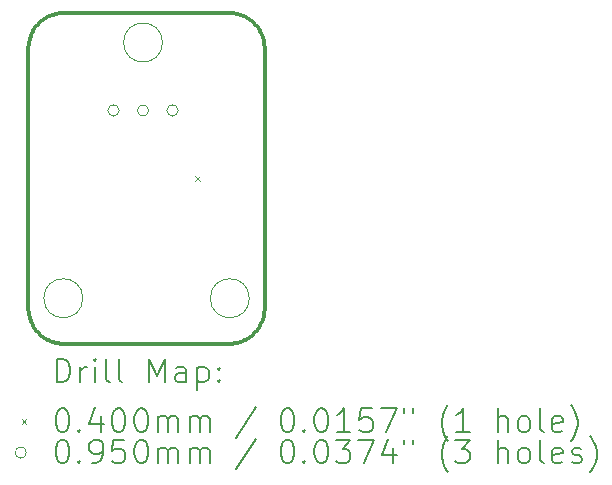
<source format=gbr>
%TF.GenerationSoftware,KiCad,Pcbnew,6.0.10+dfsg-1~bpo11+1*%
%TF.CreationDate,2023-01-29T22:55:52-06:00*%
%TF.ProjectId,hall_pcb,68616c6c-5f70-4636-922e-6b696361645f,rev?*%
%TF.SameCoordinates,Original*%
%TF.FileFunction,Drillmap*%
%TF.FilePolarity,Positive*%
%FSLAX45Y45*%
G04 Gerber Fmt 4.5, Leading zero omitted, Abs format (unit mm)*
G04 Created by KiCad (PCBNEW 6.0.10+dfsg-1~bpo11+1) date 2023-01-29 22:55:52*
%MOMM*%
%LPD*%
G01*
G04 APERTURE LIST*
%ADD10C,0.349999*%
%ADD11C,0.100000*%
%ADD12C,0.200000*%
%ADD13C,0.040000*%
%ADD14C,0.095000*%
G04 APERTURE END LIST*
D10*
X12762749Y-5067968D02*
X12776875Y-5064048D01*
X14308800Y-5060818D02*
X14323125Y-5064048D01*
X14294301Y-7851712D02*
X14279651Y-7853532D01*
X12820349Y-5056468D02*
X12835124Y-5055369D01*
X12608867Y-7733481D02*
X12600403Y-7721440D01*
X14264876Y-5055369D02*
X14279651Y-5056468D01*
X14546712Y-5310699D02*
X14548532Y-5325349D01*
X12600403Y-7721440D02*
X12592558Y-7709027D01*
X12776875Y-5064048D02*
X12791200Y-5060818D01*
X14532433Y-7656152D02*
X14527164Y-7669805D01*
X12572836Y-7669805D02*
X12567567Y-7656152D01*
X12637868Y-5142868D02*
X12648648Y-5132610D01*
X12617939Y-5164873D02*
X12627610Y-5153648D01*
X12600403Y-5188560D02*
X12608867Y-5176518D01*
X14440127Y-7787060D02*
X14428482Y-7796133D01*
X14549631Y-5340124D02*
X14550000Y-5355000D01*
X14250000Y-5055000D02*
X14250000Y-5055000D01*
X14428482Y-7796133D02*
X14416440Y-7804596D01*
X14549631Y-7569876D02*
X14548532Y-7584651D01*
X14507442Y-5200973D02*
X14514658Y-5213733D01*
X14308800Y-7849182D02*
X14294301Y-7851712D01*
X12550369Y-5340124D02*
X12551468Y-5325349D01*
X14540952Y-5281875D02*
X14544182Y-5296200D01*
X14548532Y-5325349D02*
X14549631Y-5340124D01*
X12721815Y-5083764D02*
X12735195Y-5077836D01*
X14462132Y-5142868D02*
X14462132Y-5142868D01*
X12627610Y-7756352D02*
X12617939Y-7745127D01*
D11*
X14420000Y-7470000D02*
G75*
G03*
X14420000Y-7470000I-165000J0D01*
G01*
D10*
X12559048Y-5281875D02*
X12562968Y-5267749D01*
X14550000Y-5355000D02*
X14550000Y-7555000D01*
X12637868Y-5142868D02*
X12637868Y-5142868D01*
D11*
X13010000Y-7470000D02*
G75*
G03*
X13010000Y-7470000I-165000J0D01*
G01*
D10*
X14378185Y-5083764D02*
X14391267Y-5090342D01*
X14279651Y-7853532D02*
X14264876Y-7854631D01*
D11*
X13685000Y-5304919D02*
G75*
G03*
X13685000Y-5304919I-165000J0D01*
G01*
D10*
X12683560Y-5105403D02*
X12695973Y-5097558D01*
X12850000Y-5055000D02*
X14250000Y-5055000D01*
X12735195Y-7832164D02*
X12721815Y-7826235D01*
X12627610Y-5153648D02*
X12637868Y-5142868D01*
X12648648Y-5132610D02*
X12659873Y-5122939D01*
X12555818Y-5296200D02*
X12559048Y-5281875D01*
X12553288Y-7599301D02*
X12551468Y-7584651D01*
X12659873Y-5122939D02*
X12671518Y-5113867D01*
X14521235Y-7683185D02*
X14514658Y-7696267D01*
X12578764Y-7683185D02*
X12572836Y-7669805D01*
X14537032Y-5267749D02*
X14540952Y-5281875D01*
X14527164Y-7669805D02*
X14521235Y-7683185D01*
X14323125Y-7845952D02*
X14308800Y-7849182D01*
X14323125Y-5064048D02*
X14337250Y-5067968D01*
X12617939Y-7745127D02*
X12608867Y-7733481D01*
X12585342Y-5213733D02*
X12592558Y-5200973D01*
X12559048Y-7628125D02*
X12555818Y-7613800D01*
X14550000Y-7555000D02*
X14550000Y-7555000D01*
X14491133Y-5176518D02*
X14499596Y-5188560D01*
X12551468Y-5325349D02*
X12553288Y-5310699D01*
X12850000Y-5055000D02*
X12850000Y-5055000D01*
X12835124Y-5055369D02*
X12850000Y-5055000D01*
X14250000Y-7855000D02*
X14250000Y-7855000D01*
X14451352Y-5132610D02*
X14462132Y-5142868D01*
X12553288Y-5310699D02*
X12555818Y-5296200D01*
X12592558Y-5200973D02*
X12600403Y-5188560D01*
X12805699Y-7851712D02*
X12791200Y-7849182D01*
X14337250Y-7842032D02*
X14323125Y-7845952D01*
X14540952Y-7628125D02*
X14537032Y-7642250D01*
X12671518Y-7796133D02*
X12659873Y-7787060D01*
X12578764Y-5226815D02*
X12585342Y-5213733D01*
X14472390Y-5153648D02*
X14482060Y-5164873D01*
X14250000Y-7855000D02*
X12850000Y-7855000D01*
X12637868Y-7767132D02*
X12637868Y-7767132D01*
X14416440Y-5105403D02*
X14428482Y-5113867D01*
X14514658Y-7696267D02*
X14507442Y-7709027D01*
X12550369Y-7569876D02*
X12550000Y-7555000D01*
X12555818Y-7613800D02*
X12553288Y-7599301D01*
X12850000Y-7855000D02*
X12835124Y-7854631D01*
X12550000Y-5355000D02*
X12550000Y-5355000D01*
X12735195Y-5077836D02*
X12748848Y-5072567D01*
X12695973Y-7812441D02*
X12683560Y-7804596D01*
X12572836Y-5240195D02*
X12578764Y-5226815D01*
X12592558Y-7709027D02*
X12585342Y-7696267D01*
X14451352Y-7777390D02*
X14440127Y-7787060D01*
X14416440Y-7804596D02*
X14404027Y-7812441D01*
X14550000Y-7555000D02*
X14549631Y-7569876D01*
X14404027Y-5097558D02*
X14416440Y-5105403D01*
X14391267Y-7819658D02*
X14378185Y-7826235D01*
X12567567Y-7656152D02*
X12562968Y-7642250D01*
X14546712Y-7599301D02*
X14544182Y-7613800D01*
X14294301Y-5058288D02*
X14308800Y-5060818D01*
X12820349Y-7853532D02*
X12805699Y-7851712D01*
X12748848Y-5072567D02*
X12762749Y-5067968D01*
X12708733Y-7819658D02*
X12695973Y-7812441D01*
X14378185Y-7826235D02*
X14364805Y-7832164D01*
X12648648Y-7777390D02*
X12637868Y-7767132D01*
X14337250Y-5067968D02*
X14351152Y-5072567D01*
X12562968Y-7642250D02*
X12559048Y-7628125D01*
X14462132Y-7767132D02*
X14451352Y-7777390D01*
X14364805Y-5077836D02*
X14378185Y-5083764D01*
X14462132Y-5142868D02*
X14472390Y-5153648D01*
X12721815Y-7826235D02*
X12708733Y-7819658D01*
X12637868Y-7767132D02*
X12627610Y-7756352D01*
X12659873Y-7787060D02*
X12648648Y-7777390D01*
X14264876Y-7854631D02*
X14250000Y-7855000D01*
X12585342Y-7696267D02*
X12578764Y-7683185D01*
X12776875Y-7845952D02*
X12762749Y-7842032D01*
X14532433Y-5253848D02*
X14537032Y-5267749D01*
X14482060Y-7745127D02*
X14472390Y-7756352D01*
X14527164Y-5240195D02*
X14532433Y-5253848D01*
X14428482Y-5113867D02*
X14440127Y-5122939D01*
X14550000Y-5355000D02*
X14550000Y-5355000D01*
X14499596Y-7721440D02*
X14491133Y-7733481D01*
X14491133Y-7733481D02*
X14482060Y-7745127D01*
X14404027Y-7812441D02*
X14391267Y-7819658D01*
X12748848Y-7837433D02*
X12735195Y-7832164D01*
X12708733Y-5090342D02*
X12721815Y-5083764D01*
X12671518Y-5113867D02*
X12683560Y-5105403D01*
X12791200Y-5060818D02*
X12805699Y-5058288D01*
X14364805Y-7832164D02*
X14351152Y-7837433D01*
X14440127Y-5122939D02*
X14451352Y-5132610D01*
X14544182Y-5296200D02*
X14546712Y-5310699D01*
X14548532Y-7584651D02*
X14546712Y-7599301D01*
X12835124Y-7854631D02*
X12820349Y-7853532D01*
X14250000Y-5055000D02*
X14264876Y-5055369D01*
X14514658Y-5213733D02*
X14521235Y-5226815D01*
X14462132Y-7767132D02*
X14462132Y-7767132D01*
X12562968Y-5267749D02*
X12567567Y-5253848D01*
X12551468Y-7584651D02*
X12550369Y-7569876D01*
X12805699Y-5058288D02*
X12820349Y-5056468D01*
X14351152Y-7837433D02*
X14337250Y-7842032D01*
X14544182Y-7613800D02*
X14540952Y-7628125D01*
X14391267Y-5090342D02*
X14404027Y-5097558D01*
X12695973Y-5097558D02*
X12708733Y-5090342D01*
X14537032Y-7642250D02*
X14532433Y-7656152D01*
X12762749Y-7842032D02*
X12748848Y-7837433D01*
X14507442Y-7709027D02*
X14499596Y-7721440D01*
X12683560Y-7804596D02*
X12671518Y-7796133D01*
X12567567Y-5253848D02*
X12572836Y-5240195D01*
X12791200Y-7849182D02*
X12776875Y-7845952D01*
X12550000Y-7555000D02*
X12550000Y-5355000D01*
X14521235Y-5226815D02*
X14527164Y-5240195D01*
X12608867Y-5176518D02*
X12617939Y-5164873D01*
X12550000Y-5355000D02*
X12550369Y-5340124D01*
X12850000Y-7855000D02*
X12850000Y-7855000D01*
X14351152Y-5072567D02*
X14364805Y-5077836D01*
X14472390Y-7756352D02*
X14462132Y-7767132D01*
X14279651Y-5056468D02*
X14294301Y-5058288D01*
X14482060Y-5164873D02*
X14491133Y-5176518D01*
X14499596Y-5188560D02*
X14507442Y-5200973D01*
D12*
D13*
X13958750Y-6436250D02*
X13998750Y-6476250D01*
X13998750Y-6436250D02*
X13958750Y-6476250D01*
D14*
X13317500Y-5880000D02*
G75*
G03*
X13317500Y-5880000I-47500J0D01*
G01*
X13567500Y-5880000D02*
G75*
G03*
X13567500Y-5880000I-47500J0D01*
G01*
X13817500Y-5880000D02*
G75*
G03*
X13817500Y-5880000I-47500J0D01*
G01*
D12*
X12790119Y-8182976D02*
X12790119Y-7982976D01*
X12837738Y-7982976D01*
X12866310Y-7992500D01*
X12885357Y-8011547D01*
X12894881Y-8030595D01*
X12904405Y-8068690D01*
X12904405Y-8097262D01*
X12894881Y-8135357D01*
X12885357Y-8154404D01*
X12866310Y-8173452D01*
X12837738Y-8182976D01*
X12790119Y-8182976D01*
X12990119Y-8182976D02*
X12990119Y-8049643D01*
X12990119Y-8087738D02*
X12999643Y-8068690D01*
X13009167Y-8059166D01*
X13028214Y-8049643D01*
X13047262Y-8049643D01*
X13113929Y-8182976D02*
X13113929Y-8049643D01*
X13113929Y-7982976D02*
X13104405Y-7992500D01*
X13113929Y-8002024D01*
X13123452Y-7992500D01*
X13113929Y-7982976D01*
X13113929Y-8002024D01*
X13237738Y-8182976D02*
X13218691Y-8173452D01*
X13209167Y-8154404D01*
X13209167Y-7982976D01*
X13342500Y-8182976D02*
X13323452Y-8173452D01*
X13313929Y-8154404D01*
X13313929Y-7982976D01*
X13571072Y-8182976D02*
X13571072Y-7982976D01*
X13637738Y-8125833D01*
X13704405Y-7982976D01*
X13704405Y-8182976D01*
X13885357Y-8182976D02*
X13885357Y-8078214D01*
X13875833Y-8059166D01*
X13856786Y-8049643D01*
X13818691Y-8049643D01*
X13799643Y-8059166D01*
X13885357Y-8173452D02*
X13866310Y-8182976D01*
X13818691Y-8182976D01*
X13799643Y-8173452D01*
X13790119Y-8154404D01*
X13790119Y-8135357D01*
X13799643Y-8116309D01*
X13818691Y-8106785D01*
X13866310Y-8106785D01*
X13885357Y-8097262D01*
X13980595Y-8049643D02*
X13980595Y-8249643D01*
X13980595Y-8059166D02*
X13999643Y-8049643D01*
X14037738Y-8049643D01*
X14056786Y-8059166D01*
X14066310Y-8068690D01*
X14075833Y-8087738D01*
X14075833Y-8144881D01*
X14066310Y-8163928D01*
X14056786Y-8173452D01*
X14037738Y-8182976D01*
X13999643Y-8182976D01*
X13980595Y-8173452D01*
X14161548Y-8163928D02*
X14171072Y-8173452D01*
X14161548Y-8182976D01*
X14152024Y-8173452D01*
X14161548Y-8163928D01*
X14161548Y-8182976D01*
X14161548Y-8059166D02*
X14171072Y-8068690D01*
X14161548Y-8078214D01*
X14152024Y-8068690D01*
X14161548Y-8059166D01*
X14161548Y-8078214D01*
D13*
X12492500Y-8492500D02*
X12532500Y-8532500D01*
X12532500Y-8492500D02*
X12492500Y-8532500D01*
D12*
X12828214Y-8402976D02*
X12847262Y-8402976D01*
X12866310Y-8412500D01*
X12875833Y-8422024D01*
X12885357Y-8441071D01*
X12894881Y-8479166D01*
X12894881Y-8526786D01*
X12885357Y-8564881D01*
X12875833Y-8583928D01*
X12866310Y-8593452D01*
X12847262Y-8602976D01*
X12828214Y-8602976D01*
X12809167Y-8593452D01*
X12799643Y-8583928D01*
X12790119Y-8564881D01*
X12780595Y-8526786D01*
X12780595Y-8479166D01*
X12790119Y-8441071D01*
X12799643Y-8422024D01*
X12809167Y-8412500D01*
X12828214Y-8402976D01*
X12980595Y-8583928D02*
X12990119Y-8593452D01*
X12980595Y-8602976D01*
X12971072Y-8593452D01*
X12980595Y-8583928D01*
X12980595Y-8602976D01*
X13161548Y-8469643D02*
X13161548Y-8602976D01*
X13113929Y-8393452D02*
X13066310Y-8536309D01*
X13190119Y-8536309D01*
X13304405Y-8402976D02*
X13323452Y-8402976D01*
X13342500Y-8412500D01*
X13352024Y-8422024D01*
X13361548Y-8441071D01*
X13371072Y-8479166D01*
X13371072Y-8526786D01*
X13361548Y-8564881D01*
X13352024Y-8583928D01*
X13342500Y-8593452D01*
X13323452Y-8602976D01*
X13304405Y-8602976D01*
X13285357Y-8593452D01*
X13275833Y-8583928D01*
X13266310Y-8564881D01*
X13256786Y-8526786D01*
X13256786Y-8479166D01*
X13266310Y-8441071D01*
X13275833Y-8422024D01*
X13285357Y-8412500D01*
X13304405Y-8402976D01*
X13494881Y-8402976D02*
X13513929Y-8402976D01*
X13532976Y-8412500D01*
X13542500Y-8422024D01*
X13552024Y-8441071D01*
X13561548Y-8479166D01*
X13561548Y-8526786D01*
X13552024Y-8564881D01*
X13542500Y-8583928D01*
X13532976Y-8593452D01*
X13513929Y-8602976D01*
X13494881Y-8602976D01*
X13475833Y-8593452D01*
X13466310Y-8583928D01*
X13456786Y-8564881D01*
X13447262Y-8526786D01*
X13447262Y-8479166D01*
X13456786Y-8441071D01*
X13466310Y-8422024D01*
X13475833Y-8412500D01*
X13494881Y-8402976D01*
X13647262Y-8602976D02*
X13647262Y-8469643D01*
X13647262Y-8488690D02*
X13656786Y-8479166D01*
X13675833Y-8469643D01*
X13704405Y-8469643D01*
X13723452Y-8479166D01*
X13732976Y-8498214D01*
X13732976Y-8602976D01*
X13732976Y-8498214D02*
X13742500Y-8479166D01*
X13761548Y-8469643D01*
X13790119Y-8469643D01*
X13809167Y-8479166D01*
X13818691Y-8498214D01*
X13818691Y-8602976D01*
X13913929Y-8602976D02*
X13913929Y-8469643D01*
X13913929Y-8488690D02*
X13923452Y-8479166D01*
X13942500Y-8469643D01*
X13971072Y-8469643D01*
X13990119Y-8479166D01*
X13999643Y-8498214D01*
X13999643Y-8602976D01*
X13999643Y-8498214D02*
X14009167Y-8479166D01*
X14028214Y-8469643D01*
X14056786Y-8469643D01*
X14075833Y-8479166D01*
X14085357Y-8498214D01*
X14085357Y-8602976D01*
X14475833Y-8393452D02*
X14304405Y-8650595D01*
X14732976Y-8402976D02*
X14752024Y-8402976D01*
X14771072Y-8412500D01*
X14780595Y-8422024D01*
X14790119Y-8441071D01*
X14799643Y-8479166D01*
X14799643Y-8526786D01*
X14790119Y-8564881D01*
X14780595Y-8583928D01*
X14771072Y-8593452D01*
X14752024Y-8602976D01*
X14732976Y-8602976D01*
X14713929Y-8593452D01*
X14704405Y-8583928D01*
X14694881Y-8564881D01*
X14685357Y-8526786D01*
X14685357Y-8479166D01*
X14694881Y-8441071D01*
X14704405Y-8422024D01*
X14713929Y-8412500D01*
X14732976Y-8402976D01*
X14885357Y-8583928D02*
X14894881Y-8593452D01*
X14885357Y-8602976D01*
X14875833Y-8593452D01*
X14885357Y-8583928D01*
X14885357Y-8602976D01*
X15018691Y-8402976D02*
X15037738Y-8402976D01*
X15056786Y-8412500D01*
X15066310Y-8422024D01*
X15075833Y-8441071D01*
X15085357Y-8479166D01*
X15085357Y-8526786D01*
X15075833Y-8564881D01*
X15066310Y-8583928D01*
X15056786Y-8593452D01*
X15037738Y-8602976D01*
X15018691Y-8602976D01*
X14999643Y-8593452D01*
X14990119Y-8583928D01*
X14980595Y-8564881D01*
X14971072Y-8526786D01*
X14971072Y-8479166D01*
X14980595Y-8441071D01*
X14990119Y-8422024D01*
X14999643Y-8412500D01*
X15018691Y-8402976D01*
X15275833Y-8602976D02*
X15161548Y-8602976D01*
X15218691Y-8602976D02*
X15218691Y-8402976D01*
X15199643Y-8431547D01*
X15180595Y-8450595D01*
X15161548Y-8460119D01*
X15456786Y-8402976D02*
X15361548Y-8402976D01*
X15352024Y-8498214D01*
X15361548Y-8488690D01*
X15380595Y-8479166D01*
X15428214Y-8479166D01*
X15447262Y-8488690D01*
X15456786Y-8498214D01*
X15466310Y-8517262D01*
X15466310Y-8564881D01*
X15456786Y-8583928D01*
X15447262Y-8593452D01*
X15428214Y-8602976D01*
X15380595Y-8602976D01*
X15361548Y-8593452D01*
X15352024Y-8583928D01*
X15532976Y-8402976D02*
X15666310Y-8402976D01*
X15580595Y-8602976D01*
X15732976Y-8402976D02*
X15732976Y-8441071D01*
X15809167Y-8402976D02*
X15809167Y-8441071D01*
X16104405Y-8679166D02*
X16094881Y-8669643D01*
X16075833Y-8641071D01*
X16066310Y-8622024D01*
X16056786Y-8593452D01*
X16047262Y-8545833D01*
X16047262Y-8507738D01*
X16056786Y-8460119D01*
X16066310Y-8431547D01*
X16075833Y-8412500D01*
X16094881Y-8383928D01*
X16104405Y-8374404D01*
X16285357Y-8602976D02*
X16171072Y-8602976D01*
X16228214Y-8602976D02*
X16228214Y-8402976D01*
X16209167Y-8431547D01*
X16190119Y-8450595D01*
X16171072Y-8460119D01*
X16523452Y-8602976D02*
X16523452Y-8402976D01*
X16609167Y-8602976D02*
X16609167Y-8498214D01*
X16599643Y-8479166D01*
X16580595Y-8469643D01*
X16552024Y-8469643D01*
X16532976Y-8479166D01*
X16523452Y-8488690D01*
X16732976Y-8602976D02*
X16713929Y-8593452D01*
X16704405Y-8583928D01*
X16694881Y-8564881D01*
X16694881Y-8507738D01*
X16704405Y-8488690D01*
X16713929Y-8479166D01*
X16732976Y-8469643D01*
X16761548Y-8469643D01*
X16780595Y-8479166D01*
X16790119Y-8488690D01*
X16799643Y-8507738D01*
X16799643Y-8564881D01*
X16790119Y-8583928D01*
X16780595Y-8593452D01*
X16761548Y-8602976D01*
X16732976Y-8602976D01*
X16913929Y-8602976D02*
X16894881Y-8593452D01*
X16885357Y-8574405D01*
X16885357Y-8402976D01*
X17066310Y-8593452D02*
X17047262Y-8602976D01*
X17009167Y-8602976D01*
X16990119Y-8593452D01*
X16980595Y-8574405D01*
X16980595Y-8498214D01*
X16990119Y-8479166D01*
X17009167Y-8469643D01*
X17047262Y-8469643D01*
X17066310Y-8479166D01*
X17075834Y-8498214D01*
X17075834Y-8517262D01*
X16980595Y-8536309D01*
X17142500Y-8679166D02*
X17152024Y-8669643D01*
X17171072Y-8641071D01*
X17180595Y-8622024D01*
X17190119Y-8593452D01*
X17199643Y-8545833D01*
X17199643Y-8507738D01*
X17190119Y-8460119D01*
X17180595Y-8431547D01*
X17171072Y-8412500D01*
X17152024Y-8383928D01*
X17142500Y-8374404D01*
D14*
X12532500Y-8776500D02*
G75*
G03*
X12532500Y-8776500I-47500J0D01*
G01*
D12*
X12828214Y-8666976D02*
X12847262Y-8666976D01*
X12866310Y-8676500D01*
X12875833Y-8686024D01*
X12885357Y-8705071D01*
X12894881Y-8743166D01*
X12894881Y-8790786D01*
X12885357Y-8828881D01*
X12875833Y-8847928D01*
X12866310Y-8857452D01*
X12847262Y-8866976D01*
X12828214Y-8866976D01*
X12809167Y-8857452D01*
X12799643Y-8847928D01*
X12790119Y-8828881D01*
X12780595Y-8790786D01*
X12780595Y-8743166D01*
X12790119Y-8705071D01*
X12799643Y-8686024D01*
X12809167Y-8676500D01*
X12828214Y-8666976D01*
X12980595Y-8847928D02*
X12990119Y-8857452D01*
X12980595Y-8866976D01*
X12971072Y-8857452D01*
X12980595Y-8847928D01*
X12980595Y-8866976D01*
X13085357Y-8866976D02*
X13123452Y-8866976D01*
X13142500Y-8857452D01*
X13152024Y-8847928D01*
X13171072Y-8819357D01*
X13180595Y-8781262D01*
X13180595Y-8705071D01*
X13171072Y-8686024D01*
X13161548Y-8676500D01*
X13142500Y-8666976D01*
X13104405Y-8666976D01*
X13085357Y-8676500D01*
X13075833Y-8686024D01*
X13066310Y-8705071D01*
X13066310Y-8752690D01*
X13075833Y-8771738D01*
X13085357Y-8781262D01*
X13104405Y-8790786D01*
X13142500Y-8790786D01*
X13161548Y-8781262D01*
X13171072Y-8771738D01*
X13180595Y-8752690D01*
X13361548Y-8666976D02*
X13266310Y-8666976D01*
X13256786Y-8762214D01*
X13266310Y-8752690D01*
X13285357Y-8743166D01*
X13332976Y-8743166D01*
X13352024Y-8752690D01*
X13361548Y-8762214D01*
X13371072Y-8781262D01*
X13371072Y-8828881D01*
X13361548Y-8847928D01*
X13352024Y-8857452D01*
X13332976Y-8866976D01*
X13285357Y-8866976D01*
X13266310Y-8857452D01*
X13256786Y-8847928D01*
X13494881Y-8666976D02*
X13513929Y-8666976D01*
X13532976Y-8676500D01*
X13542500Y-8686024D01*
X13552024Y-8705071D01*
X13561548Y-8743166D01*
X13561548Y-8790786D01*
X13552024Y-8828881D01*
X13542500Y-8847928D01*
X13532976Y-8857452D01*
X13513929Y-8866976D01*
X13494881Y-8866976D01*
X13475833Y-8857452D01*
X13466310Y-8847928D01*
X13456786Y-8828881D01*
X13447262Y-8790786D01*
X13447262Y-8743166D01*
X13456786Y-8705071D01*
X13466310Y-8686024D01*
X13475833Y-8676500D01*
X13494881Y-8666976D01*
X13647262Y-8866976D02*
X13647262Y-8733643D01*
X13647262Y-8752690D02*
X13656786Y-8743166D01*
X13675833Y-8733643D01*
X13704405Y-8733643D01*
X13723452Y-8743166D01*
X13732976Y-8762214D01*
X13732976Y-8866976D01*
X13732976Y-8762214D02*
X13742500Y-8743166D01*
X13761548Y-8733643D01*
X13790119Y-8733643D01*
X13809167Y-8743166D01*
X13818691Y-8762214D01*
X13818691Y-8866976D01*
X13913929Y-8866976D02*
X13913929Y-8733643D01*
X13913929Y-8752690D02*
X13923452Y-8743166D01*
X13942500Y-8733643D01*
X13971072Y-8733643D01*
X13990119Y-8743166D01*
X13999643Y-8762214D01*
X13999643Y-8866976D01*
X13999643Y-8762214D02*
X14009167Y-8743166D01*
X14028214Y-8733643D01*
X14056786Y-8733643D01*
X14075833Y-8743166D01*
X14085357Y-8762214D01*
X14085357Y-8866976D01*
X14475833Y-8657452D02*
X14304405Y-8914595D01*
X14732976Y-8666976D02*
X14752024Y-8666976D01*
X14771072Y-8676500D01*
X14780595Y-8686024D01*
X14790119Y-8705071D01*
X14799643Y-8743166D01*
X14799643Y-8790786D01*
X14790119Y-8828881D01*
X14780595Y-8847928D01*
X14771072Y-8857452D01*
X14752024Y-8866976D01*
X14732976Y-8866976D01*
X14713929Y-8857452D01*
X14704405Y-8847928D01*
X14694881Y-8828881D01*
X14685357Y-8790786D01*
X14685357Y-8743166D01*
X14694881Y-8705071D01*
X14704405Y-8686024D01*
X14713929Y-8676500D01*
X14732976Y-8666976D01*
X14885357Y-8847928D02*
X14894881Y-8857452D01*
X14885357Y-8866976D01*
X14875833Y-8857452D01*
X14885357Y-8847928D01*
X14885357Y-8866976D01*
X15018691Y-8666976D02*
X15037738Y-8666976D01*
X15056786Y-8676500D01*
X15066310Y-8686024D01*
X15075833Y-8705071D01*
X15085357Y-8743166D01*
X15085357Y-8790786D01*
X15075833Y-8828881D01*
X15066310Y-8847928D01*
X15056786Y-8857452D01*
X15037738Y-8866976D01*
X15018691Y-8866976D01*
X14999643Y-8857452D01*
X14990119Y-8847928D01*
X14980595Y-8828881D01*
X14971072Y-8790786D01*
X14971072Y-8743166D01*
X14980595Y-8705071D01*
X14990119Y-8686024D01*
X14999643Y-8676500D01*
X15018691Y-8666976D01*
X15152024Y-8666976D02*
X15275833Y-8666976D01*
X15209167Y-8743166D01*
X15237738Y-8743166D01*
X15256786Y-8752690D01*
X15266310Y-8762214D01*
X15275833Y-8781262D01*
X15275833Y-8828881D01*
X15266310Y-8847928D01*
X15256786Y-8857452D01*
X15237738Y-8866976D01*
X15180595Y-8866976D01*
X15161548Y-8857452D01*
X15152024Y-8847928D01*
X15342500Y-8666976D02*
X15475833Y-8666976D01*
X15390119Y-8866976D01*
X15637738Y-8733643D02*
X15637738Y-8866976D01*
X15590119Y-8657452D02*
X15542500Y-8800309D01*
X15666310Y-8800309D01*
X15732976Y-8666976D02*
X15732976Y-8705071D01*
X15809167Y-8666976D02*
X15809167Y-8705071D01*
X16104405Y-8943166D02*
X16094881Y-8933643D01*
X16075833Y-8905071D01*
X16066310Y-8886024D01*
X16056786Y-8857452D01*
X16047262Y-8809833D01*
X16047262Y-8771738D01*
X16056786Y-8724119D01*
X16066310Y-8695547D01*
X16075833Y-8676500D01*
X16094881Y-8647928D01*
X16104405Y-8638405D01*
X16161548Y-8666976D02*
X16285357Y-8666976D01*
X16218691Y-8743166D01*
X16247262Y-8743166D01*
X16266310Y-8752690D01*
X16275833Y-8762214D01*
X16285357Y-8781262D01*
X16285357Y-8828881D01*
X16275833Y-8847928D01*
X16266310Y-8857452D01*
X16247262Y-8866976D01*
X16190119Y-8866976D01*
X16171072Y-8857452D01*
X16161548Y-8847928D01*
X16523452Y-8866976D02*
X16523452Y-8666976D01*
X16609167Y-8866976D02*
X16609167Y-8762214D01*
X16599643Y-8743166D01*
X16580595Y-8733643D01*
X16552024Y-8733643D01*
X16532976Y-8743166D01*
X16523452Y-8752690D01*
X16732976Y-8866976D02*
X16713929Y-8857452D01*
X16704405Y-8847928D01*
X16694881Y-8828881D01*
X16694881Y-8771738D01*
X16704405Y-8752690D01*
X16713929Y-8743166D01*
X16732976Y-8733643D01*
X16761548Y-8733643D01*
X16780595Y-8743166D01*
X16790119Y-8752690D01*
X16799643Y-8771738D01*
X16799643Y-8828881D01*
X16790119Y-8847928D01*
X16780595Y-8857452D01*
X16761548Y-8866976D01*
X16732976Y-8866976D01*
X16913929Y-8866976D02*
X16894881Y-8857452D01*
X16885357Y-8838405D01*
X16885357Y-8666976D01*
X17066310Y-8857452D02*
X17047262Y-8866976D01*
X17009167Y-8866976D01*
X16990119Y-8857452D01*
X16980595Y-8838405D01*
X16980595Y-8762214D01*
X16990119Y-8743166D01*
X17009167Y-8733643D01*
X17047262Y-8733643D01*
X17066310Y-8743166D01*
X17075834Y-8762214D01*
X17075834Y-8781262D01*
X16980595Y-8800309D01*
X17152024Y-8857452D02*
X17171072Y-8866976D01*
X17209167Y-8866976D01*
X17228214Y-8857452D01*
X17237738Y-8838405D01*
X17237738Y-8828881D01*
X17228214Y-8809833D01*
X17209167Y-8800309D01*
X17180595Y-8800309D01*
X17161548Y-8790786D01*
X17152024Y-8771738D01*
X17152024Y-8762214D01*
X17161548Y-8743166D01*
X17180595Y-8733643D01*
X17209167Y-8733643D01*
X17228214Y-8743166D01*
X17304405Y-8943166D02*
X17313929Y-8933643D01*
X17332976Y-8905071D01*
X17342500Y-8886024D01*
X17352024Y-8857452D01*
X17361548Y-8809833D01*
X17361548Y-8771738D01*
X17352024Y-8724119D01*
X17342500Y-8695547D01*
X17332976Y-8676500D01*
X17313929Y-8647928D01*
X17304405Y-8638405D01*
M02*

</source>
